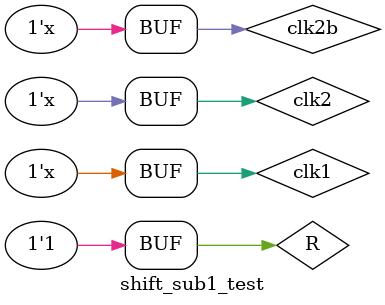
<source format=v>
module shift_sub1_test();
reg clk1,clk2;
wire Q8,Q8B;
reg clk2b,R;

shift_sub1  b1(.R(R),.I(clk1),.D(clk2),.DB(clk2b),.Q8(Q8),.Q8B(Q8B));

initial
begin
R=0;
clk1=0;
clk2=0;
clk2b=1;
#10 R=1;
end

always
begin
#40 clk2=~clk2;
   clk2b=~clk2b;
end

always
begin
#5 clk1=~clk1;
end

endmodule



</source>
